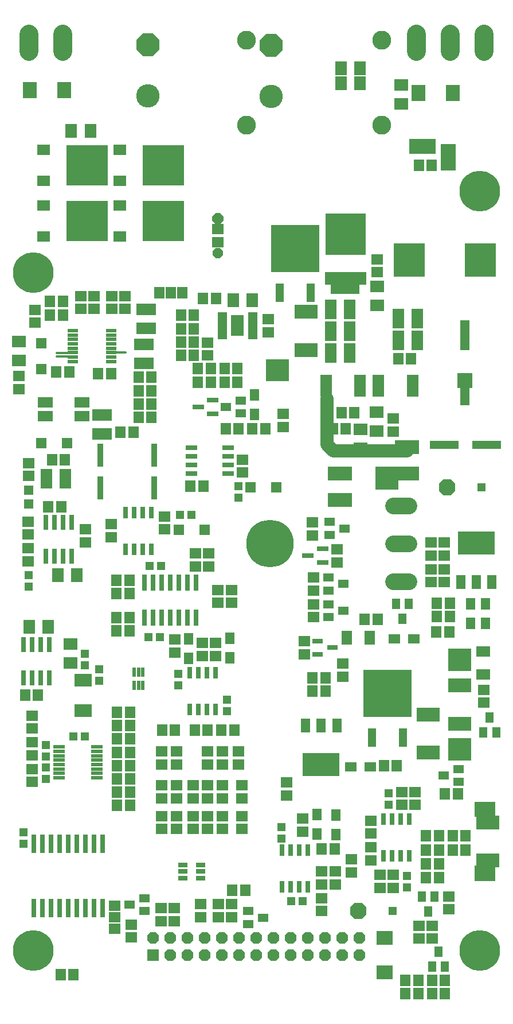
<source format=gts>
G75*
G70*
%OFA0B0*%
%FSLAX24Y24*%
%IPPOS*%
%LPD*%
%AMOC8*
5,1,8,0,0,1.08239X$1,22.5*
%
%ADD10R,0.1700X0.1275*%
%ADD11C,0.0120*%
%ADD12C,0.0140*%
%ADD13C,0.0760*%
%ADD14R,0.0789X0.0631*%
%ADD15R,0.0474X0.0513*%
%ADD16R,0.0592X0.0671*%
%ADD17R,0.0671X0.0592*%
%ADD18R,0.0710X0.0789*%
%ADD19R,0.0270X0.0760*%
%ADD20R,0.0710X0.0218*%
%ADD21R,0.0300X0.1080*%
%ADD22R,0.0513X0.0474*%
%ADD23C,0.0973*%
%ADD24C,0.2759*%
%ADD25R,0.0552X0.0671*%
%ADD26R,0.0671X0.0552*%
%ADD27R,0.0631X0.0789*%
%ADD28R,0.0530X0.0830*%
%ADD29R,0.2125X0.1375*%
%ADD30R,0.0316X0.0690*%
%ADD31R,0.0631X0.0474*%
%ADD32R,0.0474X0.0631*%
%ADD33R,0.1340X0.0789*%
%ADD34R,0.0680X0.0300*%
%ADD35R,0.0600X0.0300*%
%ADD36R,0.0450X0.1060*%
%ADD37R,0.2850X0.2770*%
%ADD38R,0.1419X0.0828*%
%ADD39R,0.0300X0.0860*%
%ADD40R,0.0674X0.0674*%
%ADD41OC8,0.0674*%
%ADD42R,0.0710X0.1143*%
%ADD43R,0.0790X0.0710*%
%ADD44R,0.2365X0.2444*%
%ADD45R,0.0592X0.0749*%
%ADD46R,0.0680X0.1280*%
%ADD47R,0.0580X0.0260*%
%ADD48R,0.0770X0.1240*%
%ADD49R,0.0789X0.0710*%
%ADD50R,0.0380X0.1360*%
%ADD51R,0.1143X0.0710*%
%ADD52R,0.0710X0.0790*%
%ADD53R,0.0552X0.0552*%
%ADD54R,0.0631X0.0631*%
%ADD55R,0.0640X0.0220*%
%ADD56C,0.1360*%
%ADD57OC8,0.1360*%
%ADD58R,0.2444X0.2365*%
%ADD59R,0.0749X0.0592*%
%ADD60R,0.0690X0.0316*%
%ADD61R,0.0220X0.0540*%
%ADD62R,0.0580X0.0300*%
%ADD63R,0.0316X0.0946*%
%ADD64C,0.1100*%
%ADD65R,0.1680X0.0510*%
%ADD66R,0.0789X0.0946*%
%ADD67R,0.0946X0.0789*%
%ADD68OC8,0.0946*%
%ADD69R,0.0516X0.0516*%
%ADD70R,0.0909X0.1539*%
%ADD71R,0.1539X0.0909*%
%ADD72R,0.0907X0.0631*%
%ADD73OC8,0.0640*%
%ADD74OC8,0.0600*%
%ADD75R,0.1841X0.1939*%
%ADD76C,0.1100*%
%ADD77R,0.0550X0.1720*%
%ADD78R,0.0516X0.0516*%
%ADD79C,0.2365*%
D10*
X025860Y048347D03*
D11*
X013085Y044309D02*
X012285Y044309D01*
D12*
X010010Y044284D02*
X009085Y044284D01*
X009085Y044059D02*
X010010Y044059D01*
D13*
X024785Y041634D02*
X024785Y038984D01*
X025160Y038609D01*
X029460Y038609D01*
D14*
X033885Y026954D03*
X033885Y025615D03*
D15*
X028385Y018719D03*
X028385Y018050D03*
X029435Y013894D03*
X029435Y013225D03*
X022135Y016075D03*
X022135Y016744D03*
X018985Y023475D03*
X018985Y024144D03*
X016135Y024975D03*
X016135Y025644D03*
X011560Y025894D03*
X011560Y025225D03*
X010710Y026150D03*
X010710Y026819D03*
X008435Y021494D03*
X008435Y020825D03*
X008435Y020194D03*
X008435Y019525D03*
X007160Y016444D03*
X007160Y015775D03*
X016250Y034884D03*
X016919Y034884D03*
D16*
X016861Y036534D03*
X017609Y036534D03*
X018911Y039859D03*
X019659Y039859D03*
X020461Y039859D03*
X021209Y039859D03*
X019584Y042584D03*
X018836Y042584D03*
X018836Y043359D03*
X019584Y043359D03*
X018034Y043359D03*
X017286Y043359D03*
X017059Y044134D03*
X017059Y044909D03*
X017059Y045684D03*
X017059Y046459D03*
X016311Y046459D03*
X016311Y045684D03*
X016311Y044909D03*
X016311Y044134D03*
X017286Y042584D03*
X018034Y042584D03*
X014584Y042859D03*
X014584Y042084D03*
X013836Y042084D03*
X013836Y042859D03*
X013836Y041309D03*
X013836Y040534D03*
X013534Y039659D03*
X012786Y039659D03*
X014584Y040534D03*
X014584Y041309D03*
X012234Y043059D03*
X011486Y043059D03*
X009809Y043159D03*
X009061Y043159D03*
X009434Y046459D03*
X008686Y046459D03*
X008686Y047284D03*
X009434Y047284D03*
X015040Y047759D03*
X015710Y047759D03*
X016379Y047759D03*
X017586Y047434D03*
X018334Y047434D03*
X025136Y039859D03*
X025884Y039859D03*
X025636Y040809D03*
X026384Y040809D03*
X028936Y043934D03*
X029684Y043934D03*
X030136Y055159D03*
X030884Y055159D03*
X031186Y029734D03*
X031934Y029734D03*
X031934Y028959D03*
X031909Y028059D03*
X031161Y028059D03*
X031186Y028959D03*
X027734Y028809D03*
X026986Y028809D03*
X024709Y025409D03*
X023961Y025409D03*
X023961Y024634D03*
X024709Y024634D03*
X028111Y020309D03*
X028859Y020309D03*
X030561Y016234D03*
X031309Y016234D03*
X032111Y016234D03*
X032859Y016234D03*
X032859Y015409D03*
X032111Y015409D03*
X031309Y015409D03*
X030561Y015409D03*
X030561Y014609D03*
X031309Y014609D03*
X031309Y013809D03*
X030561Y013809D03*
X031661Y018659D03*
X032409Y018659D03*
X031659Y007834D03*
X030911Y007834D03*
X030109Y007834D03*
X029361Y007834D03*
X029361Y007059D03*
X030109Y007059D03*
X030911Y007059D03*
X031659Y007059D03*
X025234Y015459D03*
X024486Y015459D03*
X020034Y013059D03*
X019286Y013059D03*
X013334Y018009D03*
X012586Y018009D03*
X012586Y018759D03*
X012586Y019534D03*
X012586Y020309D03*
X012586Y021084D03*
X012586Y021859D03*
X013334Y021859D03*
X013334Y021084D03*
X013334Y020309D03*
X013334Y019534D03*
X013334Y018759D03*
X015211Y022359D03*
X015959Y022359D03*
X017111Y022359D03*
X017859Y022359D03*
X018656Y022359D03*
X019404Y022359D03*
X013334Y022634D03*
X013334Y023409D03*
X012586Y023409D03*
X012586Y022634D03*
X012561Y028134D03*
X012561Y028909D03*
X013309Y028909D03*
X013309Y028134D03*
X013309Y030309D03*
X012561Y030309D03*
X012561Y031084D03*
X013309Y031084D03*
X009334Y035334D03*
X008586Y035334D03*
X008811Y038084D03*
X009559Y038084D03*
X007984Y024409D03*
X007236Y024409D03*
X009311Y008184D03*
X010059Y008184D03*
D17*
X012460Y010840D03*
X012460Y011509D03*
X012460Y012179D03*
X013410Y011083D03*
X013410Y010335D03*
X015135Y011285D03*
X015135Y012033D03*
X015910Y012033D03*
X015910Y011285D03*
X017435Y011510D03*
X017435Y012258D03*
X018485Y012258D03*
X018485Y011510D03*
X019260Y011510D03*
X019260Y012258D03*
X018710Y016635D03*
X018710Y017383D03*
X017860Y017383D03*
X017860Y016635D03*
X017015Y016635D03*
X017015Y017383D03*
X017015Y018410D03*
X017015Y019158D03*
X017860Y019158D03*
X017860Y018410D03*
X018710Y018410D03*
X018710Y019158D03*
X018710Y020385D03*
X018710Y021133D03*
X017860Y021133D03*
X017860Y020385D03*
X019635Y020385D03*
X019635Y021133D03*
X019860Y019158D03*
X019860Y018410D03*
X019860Y017383D03*
X019860Y016635D03*
X022435Y018585D03*
X022435Y019333D03*
X023391Y017238D03*
X023391Y016490D03*
X024485Y014158D03*
X024485Y013410D03*
X024485Y012608D03*
X024485Y011860D03*
X025285Y013410D03*
X025285Y014158D03*
X026211Y014115D03*
X026211Y014863D03*
X027360Y014810D03*
X027866Y013965D03*
X027866Y013217D03*
X028647Y013210D03*
X028647Y013958D03*
X027360Y015558D03*
X027360Y016360D03*
X027360Y017108D03*
X029159Y018035D03*
X029159Y018783D03*
X029928Y018783D03*
X029928Y018035D03*
X031885Y012708D03*
X031885Y011960D03*
X030910Y011008D03*
X030135Y011008D03*
X030135Y010260D03*
X030910Y010260D03*
X033910Y023960D03*
X033910Y024708D03*
X031610Y030960D03*
X031610Y031708D03*
X031610Y032510D03*
X031610Y033258D03*
X030835Y033258D03*
X030835Y032510D03*
X030835Y031708D03*
X030835Y030960D03*
X025710Y026233D03*
X025710Y025485D03*
X024010Y028935D03*
X024010Y029683D03*
X024010Y030485D03*
X024010Y031233D03*
X025385Y032110D03*
X025385Y032858D03*
X023960Y033685D03*
X023960Y034433D03*
X022260Y039985D03*
X022260Y040733D03*
X019885Y038083D03*
X019885Y037335D03*
X017910Y032633D03*
X017910Y031885D03*
X017135Y031885D03*
X017135Y032633D03*
X018460Y030508D03*
X018460Y029760D03*
X019235Y029760D03*
X019235Y030508D03*
X018310Y027433D03*
X018310Y026685D03*
X017535Y026685D03*
X017535Y027433D03*
X015960Y027633D03*
X015960Y026885D03*
X016035Y021133D03*
X016035Y020385D03*
X015185Y020385D03*
X015185Y021133D03*
X015185Y019158D03*
X015185Y018410D03*
X016035Y018410D03*
X016035Y019158D03*
X016035Y017383D03*
X016035Y016635D03*
X015185Y016635D03*
X015185Y017383D03*
X007660Y019360D03*
X007660Y020108D03*
X007660Y020910D03*
X007660Y021658D03*
X007660Y022460D03*
X007660Y023208D03*
X007410Y032185D03*
X007410Y032933D03*
X007410Y033735D03*
X007410Y034483D03*
X007435Y037135D03*
X007435Y037883D03*
X006885Y042185D03*
X006885Y042933D03*
X007810Y046035D03*
X007810Y046783D03*
X010485Y046835D03*
X010485Y047583D03*
X011260Y047583D03*
X011260Y046835D03*
X012285Y046835D03*
X012285Y047583D03*
X013060Y047583D03*
X013060Y046835D03*
X017860Y044883D03*
X017860Y044135D03*
X021385Y045485D03*
X021385Y046233D03*
X018435Y050710D03*
X018435Y051458D03*
X027710Y049708D03*
X027710Y048960D03*
X028635Y040458D03*
X028635Y039710D03*
X023485Y027533D03*
X023485Y026785D03*
X015360Y034035D03*
X015360Y034783D03*
X012260Y034333D03*
X012260Y033585D03*
X010760Y033285D03*
X010760Y034033D03*
D18*
X010236Y031359D03*
X009134Y031359D03*
X008586Y028384D03*
X007484Y028384D03*
X019334Y047334D03*
X020436Y047334D03*
X025609Y059934D03*
X025609Y060809D03*
X026711Y060809D03*
X026711Y059934D03*
D19*
X010990Y025264D03*
X010740Y025264D03*
X010480Y025264D03*
X010230Y025264D03*
X010230Y023504D03*
X010480Y023504D03*
X010740Y023504D03*
X010990Y023504D03*
D20*
X011412Y021395D03*
X011412Y021139D03*
X011412Y020883D03*
X011412Y020628D03*
X011412Y020372D03*
X011412Y020116D03*
X011412Y019860D03*
X011412Y019604D03*
X009207Y019604D03*
X009207Y019860D03*
X009207Y020116D03*
X009207Y020372D03*
X009207Y020628D03*
X009207Y020883D03*
X009207Y021139D03*
X009207Y021395D03*
D21*
X009235Y015789D03*
X009735Y015789D03*
X010235Y015789D03*
X010735Y015789D03*
X011235Y015789D03*
X011735Y015789D03*
X011735Y012029D03*
X011235Y012029D03*
X010735Y012029D03*
X010235Y012029D03*
X009735Y012029D03*
X009235Y012029D03*
X008735Y012029D03*
X008235Y012029D03*
X007735Y012029D03*
X007735Y015789D03*
X008235Y015789D03*
X008735Y015789D03*
D22*
X010050Y022009D03*
X010719Y022009D03*
X014400Y027784D03*
X015069Y027784D03*
X015144Y031909D03*
X014475Y031909D03*
X019635Y035875D03*
X019635Y036544D03*
X007460Y031369D03*
X007460Y030700D03*
X022725Y012434D03*
X023394Y012434D03*
D23*
X028647Y030997D02*
X029532Y030997D01*
X029532Y033197D02*
X028647Y033197D01*
X028647Y035397D02*
X029532Y035397D01*
D24*
X021489Y033197D03*
D25*
X019135Y027705D03*
X019135Y026564D03*
X016760Y026539D03*
X016760Y027680D03*
X024210Y017480D03*
X024210Y016339D03*
X025310Y016314D03*
X025310Y017455D03*
X033160Y028564D03*
X033160Y029705D03*
X034010Y029705D03*
X034010Y028564D03*
X020585Y040714D03*
X020585Y041855D03*
D26*
X028714Y027684D03*
X029856Y027684D03*
X027306Y020234D03*
X026164Y020234D03*
D27*
X025940Y027734D03*
X027279Y027734D03*
D28*
X025370Y022644D03*
X024460Y022644D03*
X023550Y022644D03*
X032575Y030974D03*
X033485Y030974D03*
X034395Y030974D03*
D29*
X033485Y033244D03*
X024460Y020374D03*
D30*
X023683Y015397D03*
X023183Y015397D03*
X022683Y015397D03*
X022183Y015397D03*
X022183Y013271D03*
X022683Y013271D03*
X023183Y013271D03*
X023683Y013271D03*
X028083Y015071D03*
X028583Y015071D03*
X029083Y015071D03*
X029583Y015071D03*
X029583Y017197D03*
X029083Y017197D03*
X028583Y017197D03*
X028083Y017197D03*
X018308Y023571D03*
X017808Y023571D03*
X017308Y023571D03*
X016808Y023571D03*
X016808Y025697D03*
X017308Y025697D03*
X017808Y025697D03*
X018308Y025697D03*
X014583Y032871D03*
X014083Y032871D03*
X013583Y032871D03*
X013083Y032871D03*
X013083Y034997D03*
X013583Y034997D03*
X014083Y034997D03*
X014583Y034997D03*
D31*
X018902Y041134D03*
X019768Y040760D03*
X019768Y041508D03*
X024952Y034458D03*
X024952Y033710D03*
X025818Y034084D03*
X024877Y031233D03*
X024877Y030485D03*
X024877Y029683D03*
X024877Y028935D03*
X025743Y029309D03*
X025743Y030859D03*
X032443Y020108D03*
X032443Y019360D03*
X031577Y019734D03*
X021068Y011484D03*
X020202Y011110D03*
X020202Y011858D03*
X014193Y011860D03*
X014193Y012608D03*
X013327Y012234D03*
D32*
X028811Y029718D03*
X029185Y028851D03*
X029559Y029718D03*
X033886Y022251D03*
X034634Y022251D03*
X034260Y023118D03*
X031059Y012718D03*
X030685Y011851D03*
X030311Y012718D03*
X031285Y009518D03*
X031659Y008651D03*
X030911Y008651D03*
D33*
X034160Y014807D03*
X034160Y017012D03*
X030685Y021082D03*
X030685Y023287D03*
X032510Y022757D03*
X032510Y024962D03*
X023585Y044457D03*
X023585Y046662D03*
D34*
X018160Y041534D03*
X018160Y040734D03*
X017310Y041134D03*
X023685Y032509D03*
X024535Y032109D03*
X024535Y032909D03*
D35*
X024255Y027529D03*
X024255Y026789D03*
X025115Y027159D03*
D36*
X027427Y021941D03*
X029227Y021941D03*
X023835Y047764D03*
X022035Y047764D03*
D37*
X022935Y050344D03*
X028327Y024521D03*
D38*
X025535Y035742D03*
X025535Y037277D03*
X029435Y037267D03*
X029435Y038802D03*
D39*
X009935Y034429D03*
X009435Y034429D03*
X008935Y034429D03*
X008435Y034429D03*
X008435Y032489D03*
X008935Y032489D03*
X009435Y032489D03*
X009935Y032489D03*
X008635Y027354D03*
X008135Y027354D03*
X007635Y027354D03*
X007135Y027354D03*
X007135Y025414D03*
X007635Y025414D03*
X008135Y025414D03*
X008635Y025414D03*
D40*
X014674Y009323D03*
D41*
X014674Y010323D03*
X015674Y010323D03*
X015674Y009323D03*
X016674Y009323D03*
X016674Y010323D03*
X017674Y010323D03*
X017674Y009323D03*
X018674Y009323D03*
X018674Y010323D03*
X019674Y010323D03*
X019674Y009323D03*
X020674Y009323D03*
X020674Y010323D03*
X021674Y010323D03*
X021674Y009323D03*
X022674Y009323D03*
X022674Y010323D03*
X023674Y010323D03*
X023674Y009323D03*
X024674Y009323D03*
X024674Y010323D03*
X025674Y010323D03*
X025674Y009323D03*
X026674Y009323D03*
X026674Y010323D03*
D42*
X009586Y036959D03*
X008484Y036959D03*
X025009Y044259D03*
X025009Y045534D03*
X025009Y046809D03*
X026111Y046809D03*
X026111Y045534D03*
X026111Y044259D03*
X028959Y045009D03*
X030061Y045009D03*
X030061Y046284D03*
X028959Y046284D03*
D43*
X027710Y047025D03*
X027710Y048144D03*
X006885Y044944D03*
X006885Y043825D03*
D44*
X025885Y051158D03*
D45*
X026784Y048623D03*
X024985Y048623D03*
D46*
X024745Y042359D03*
X026725Y042359D03*
X027795Y042359D03*
X029775Y042359D03*
D47*
X020465Y045218D03*
X020465Y045474D03*
X020465Y045730D03*
X020465Y045989D03*
X020465Y046245D03*
X020465Y046501D03*
X018705Y046501D03*
X018705Y046245D03*
X018705Y045989D03*
X018705Y045730D03*
X018705Y045474D03*
X018705Y045218D03*
D48*
X019585Y045859D03*
D49*
X026760Y039836D03*
X026760Y038733D03*
X027685Y039733D03*
X027685Y040836D03*
X029110Y058733D03*
X029110Y059836D03*
X009885Y027386D03*
X009885Y026283D03*
D50*
X011610Y036434D03*
X011610Y038334D03*
X014735Y038334D03*
X014735Y036434D03*
D51*
X011710Y039558D03*
X011710Y040661D03*
X014160Y043683D03*
X014160Y044786D03*
X014285Y045708D03*
X014285Y046811D03*
D52*
X011045Y057184D03*
X009925Y057184D03*
D53*
X007435Y036323D03*
X007435Y035496D03*
D54*
X008187Y039034D03*
X009683Y039034D03*
X008185Y043336D03*
X008185Y044832D03*
X016187Y034009D03*
X017683Y034009D03*
X020362Y036484D03*
X021858Y036484D03*
D55*
X012255Y043784D03*
X012255Y044044D03*
X012255Y044304D03*
X012255Y044554D03*
X012255Y044814D03*
X012255Y045064D03*
X012255Y045324D03*
X012255Y045584D03*
X010015Y045584D03*
X010015Y045324D03*
X010015Y045064D03*
X010015Y044814D03*
X010015Y044554D03*
X010015Y044304D03*
X010015Y044044D03*
X010015Y043784D03*
D56*
X014385Y059208D03*
X021535Y059183D03*
D57*
X021535Y062136D03*
X014385Y062161D03*
D58*
X015284Y055184D03*
X015284Y051934D03*
X010859Y051934D03*
X010859Y055184D03*
D59*
X012748Y054285D03*
X012748Y056084D03*
X012748Y052834D03*
X012748Y051035D03*
X008323Y051035D03*
X008323Y052834D03*
X008323Y054285D03*
X008323Y056084D03*
D60*
X016922Y038761D03*
X016922Y038261D03*
X016922Y037761D03*
X016922Y037261D03*
X019048Y037261D03*
X019048Y037761D03*
X019048Y038261D03*
X019048Y038761D03*
D61*
X014095Y025729D03*
X013835Y025729D03*
X013575Y025729D03*
X013575Y024989D03*
X013835Y024989D03*
X014095Y024989D03*
D62*
X016425Y014529D03*
X016425Y014159D03*
X016425Y013789D03*
X017445Y013789D03*
X017445Y014159D03*
X017445Y014529D03*
D63*
X017185Y028914D03*
X016685Y028914D03*
X016185Y028914D03*
X015685Y028914D03*
X015185Y028914D03*
X014685Y028914D03*
X014185Y028914D03*
X014185Y030954D03*
X014685Y030954D03*
X015185Y030954D03*
X015685Y030954D03*
X016185Y030954D03*
X016685Y030954D03*
X017185Y030954D03*
D64*
X009428Y061809D02*
X009428Y062809D01*
X007460Y062809D02*
X007460Y061809D01*
X029985Y061809D02*
X029985Y062809D01*
X031953Y062809D02*
X031953Y061809D01*
X033922Y061809D02*
X033922Y062809D01*
D65*
X034065Y038934D03*
X031605Y038934D03*
D66*
X032114Y059384D03*
X030106Y059384D03*
X009514Y059534D03*
X007506Y059534D03*
D67*
X028160Y010313D03*
X028160Y008306D03*
D68*
X026610Y011884D03*
X031785Y036459D03*
D69*
X033785Y036459D03*
X028610Y011884D03*
D70*
X031860Y055634D03*
D71*
X030360Y056259D03*
D72*
X010548Y041403D03*
X010548Y040616D03*
X008422Y040616D03*
X008422Y041403D03*
D73*
X018435Y052084D03*
D74*
X018435Y050084D03*
D75*
X029568Y049684D03*
X033710Y049684D03*
D76*
X027972Y057524D03*
X027972Y062445D03*
X020098Y062445D03*
X020098Y057524D03*
D77*
X032810Y045309D03*
X032810Y042109D03*
D78*
X033010Y042484D03*
X032610Y042484D03*
X032610Y042884D03*
X033010Y042884D03*
X028710Y037434D03*
X028710Y037009D03*
X028710Y036584D03*
X028285Y036584D03*
X027860Y036584D03*
X027860Y037009D03*
X028285Y037009D03*
X028285Y037434D03*
X027860Y037434D03*
X022335Y042884D03*
X022335Y043284D03*
X022335Y043684D03*
X021910Y043684D03*
X021910Y043284D03*
X021910Y042884D03*
X021485Y042884D03*
X021485Y043284D03*
X021485Y043684D03*
X032085Y026884D03*
X032085Y026459D03*
X032085Y026034D03*
X032510Y026034D03*
X032935Y026034D03*
X032935Y026459D03*
X032510Y026459D03*
X032510Y026884D03*
X032935Y026884D03*
X032935Y021684D03*
X032935Y021259D03*
X032935Y020834D03*
X032510Y020834D03*
X032085Y020834D03*
X032085Y021259D03*
X032510Y021259D03*
X032510Y021684D03*
X032085Y021684D03*
X033610Y017984D03*
X033985Y017984D03*
X034360Y017984D03*
X034360Y017559D03*
X033985Y017559D03*
X033610Y017559D03*
X033610Y014259D03*
X033985Y014259D03*
X034360Y014259D03*
X034360Y013834D03*
X033985Y013834D03*
X033610Y013834D03*
D79*
X007710Y009575D03*
X007710Y048945D03*
X033694Y053669D03*
X033694Y009575D03*
M02*

</source>
